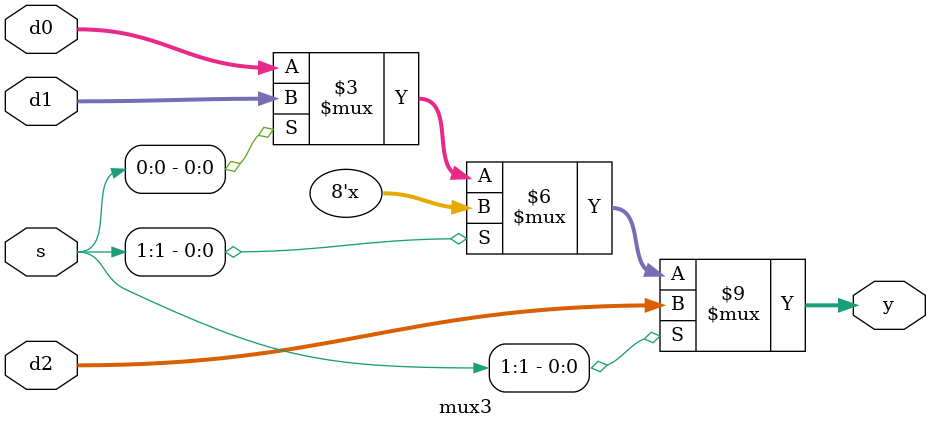
<source format=sv>
module mux3 #(parameter WIDTH = 8)
  (input       [WIDTH-1:0] d0, d1, d2,
   input       [1:0]       s, 	// s[1] s[0]
   output logic[WIDTH-1:0] y);

// fill in guts (combinational -- assign or always_comb, use =)
	always_comb
		if (s[1]) y = d2; 
		else if(s[0]) y = d1;
		else y = d0;
//  s[1]  s[0]  y
//  0     0    d0
//  0     1	   d1
//  1     0    d2
//  1     1	   d2
endmodule
</source>
